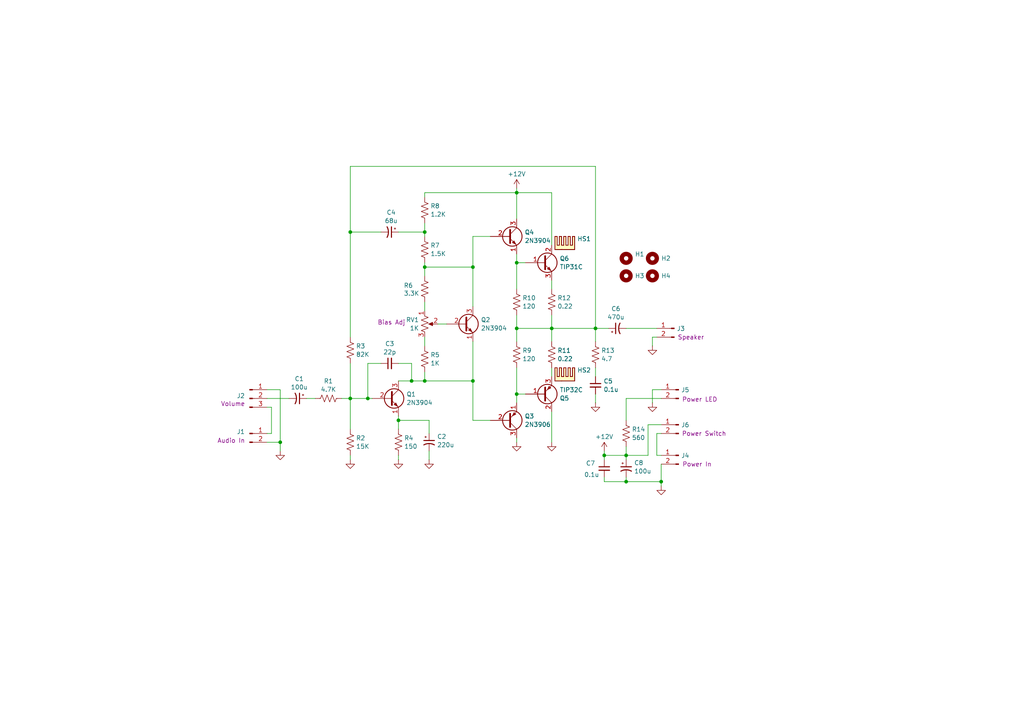
<source format=kicad_sch>
(kicad_sch (version 20231120) (generator "eeschema") (generator_version "8.0")
  (paper "A4")
  (title_block (title "Class AB Utility Audio Amplifier") (date "2024-07-15") (rev "1.0") (company "Chrisma Design"))
  (lib_symbols
    (symbol "Amplifier:TIP31C" (pin_names (offset 0) hide)
      (property "Reference" "Q" (at 6.35 1.905 0))
      (property "Value" "TIP31C" (at 6.35 0 0))
      (symbol "TIP31C_0_1"
        (polyline (pts (xy 0.635 0.635) (xy 2.54 2.54)))
        (polyline (pts (xy 0.635 -0.635) (xy 2.54 -2.54) (xy 2.54 -2.54)))
        (polyline (pts (xy 0.635 1.905) (xy 0.635 -1.905) (xy 0.635 -1.905)) (stroke (width 0.508)))
        (polyline (pts (xy 1.27 -1.778) (xy 1.778 -1.27) (xy 2.286 -2.286) (xy 1.27 -1.778) (xy 1.27 -1.778)) (fill (type outline)))
        (circle (center 1.27 0) (radius 2.8194) (stroke (width 0.254)))
      )
      (symbol "TIP31C_1_1"
        (pin input line (at -5.08 0 0) (length 5.715) (name "B") (number "1"))
        (pin passive line (at 2.54 5.08 270) (length 2.54) (name "C") (number "2"))
        (pin passive line (at 2.54 -5.08 90) (length 2.54) (name "E") (number "3"))
      )
    )
    (symbol "Amplifier:TIP32C" (pin_names (offset 0) hide)
      (property "Reference" "Q" (at 6.35 1.905 0))
      (property "Value" "TIP32C" (at 6.35 0 0))
      (symbol "TIP32C_0_1"
        (polyline (pts (xy 0.635 0.635) (xy 2.54 2.54)))
        (polyline (pts (xy 0.635 -0.635) (xy 2.54 -2.54) (xy 2.54 -2.54)))
        (polyline (pts (xy 0.635 1.905) (xy 0.635 -1.905) (xy 0.635 -1.905)) (stroke (width 0.508)))
        (polyline (pts (xy 2.286 -1.778) (xy 1.778 -2.286) (xy 1.27 -1.27) (xy 2.286 -1.778) (xy 2.286 -1.778)) (fill (type outline)))
        (circle (center 1.27 0) (radius 2.8194) (stroke (width 0.254)))
      )
      (symbol "TIP32C_1_1"
        (pin input line (at -5.08 0 0) (length 5.715) (name "B") (number "1"))
        (pin passive line (at 2.54 5.08 270) (length 2.54) (name "C") (number "2"))
        (pin passive line (at 2.54 -5.08 90) (length 2.54) (name "E") (number "3"))
      )
    )
    (symbol "Connector:Conn_01x02_Pin" (pin_names (offset 1.016) hide)
      (property "Reference" "J" (at 0 2.54 0))
      (property "Value" "Conn_01x02_Pin" (at 0 -5.08 0))
      (symbol "Conn_01x02_Pin_1_1"
        (polyline (pts (xy 1.27 -2.54) (xy 0.8636 -2.54)) (stroke (width 0.1524)))
        (polyline (pts (xy 1.27 0) (xy 0.8636 0)) (stroke (width 0.1524)))
        (rectangle (start 0.8636 -2.413) (end 0 -2.667) (stroke (width 0.1524)) (fill (type outline)))
        (rectangle (start 0.8636 0.127) (end 0 -0.127) (stroke (width 0.1524)) (fill (type outline)))
        (pin passive line (at 5.08 0 180) (length 3.81) (name "Pin_1") (number "1"))
        (pin passive line (at 5.08 -2.54 180) (length 3.81) (name "Pin_2") (number "2"))
      )
    )
    (symbol "Connector:Conn_01x03_Pin" (pin_names (offset 1.016) hide)
      (property "Reference" "J" (at 0 5.08 0))
      (property "Value" "Conn_01x03_Pin" (at 0 -5.08 0))
      (symbol "Conn_01x03_Pin_1_1"
        (polyline (pts (xy 1.27 -2.54) (xy 0.8636 -2.54)) (stroke (width 0.1524)))
        (polyline (pts (xy 1.27 0) (xy 0.8636 0)) (stroke (width 0.1524)))
        (polyline (pts (xy 1.27 2.54) (xy 0.8636 2.54)) (stroke (width 0.1524)))
        (rectangle (start 0.8636 -2.413) (end 0 -2.667) (stroke (width 0.1524)) (fill (type outline)))
        (rectangle (start 0.8636 0.127) (end 0 -0.127) (stroke (width 0.1524)) (fill (type outline)))
        (rectangle (start 0.8636 2.667) (end 0 2.413) (stroke (width 0.1524)) (fill (type outline)))
        (pin passive line (at 5.08 2.54 180) (length 3.81) (name "Pin_1") (number "1"))
        (pin passive line (at 5.08 0 180) (length 3.81) (name "Pin_2") (number "2"))
        (pin passive line (at 5.08 -2.54 180) (length 3.81) (name "Pin_3") (number "3"))
      )
    )
    (symbol "Device:C_Polarized_Small_US" (pin_numbers hide) (pin_names (offset 0.254) hide)
      (property "Reference" "C" (at 0.254 1.778 0))
      (property "Value" "C_Polarized_Small_US" (at 0.254 -2.032 0))
      (symbol "C_Polarized_Small_US_0_1"
        (polyline (pts (xy -1.524 0.508) (xy 1.524 0.508)) (stroke (width 0.3048)))
        (polyline (pts (xy -1.27 1.524) (xy -0.762 1.524)))
        (polyline (pts (xy -1.016 1.27) (xy -1.016 1.778)))
        (arc (start 1.524 -0.762) (mid 0 -0.3734) (end -1.524 -0.762) (stroke (width 0.3048)))
      )
      (symbol "C_Polarized_Small_US_1_1"
        (pin passive line (at 0 2.54 270) (length 2.032) (name "~") (number "1"))
        (pin passive line (at 0 -2.54 90) (length 2.032) (name "~") (number "2"))
      )
    )
    (symbol "Device:C_Small" (pin_numbers hide) (pin_names (offset 0.254) hide)
      (property "Reference" "C" (at 0.254 1.778 0))
      (property "Value" "C_Small" (at 0.254 -2.032 0))
      (symbol "C_Small_0_1"
        (polyline (pts (xy -1.524 -0.508) (xy 1.524 -0.508)) (stroke (width 0.3302)))
        (polyline (pts (xy -1.524 0.508) (xy 1.524 0.508)) (stroke (width 0.3048)))
      )
      (symbol "C_Small_1_1"
        (pin passive line (at 0 2.54 270) (length 2.032) (name "~") (number "1"))
        (pin passive line (at 0 -2.54 90) (length 2.032) (name "~") (number "2"))
      )
    )
    (symbol "Device:R_Potentiometer_US" (pin_names (offset 1.016) hide)
      (property "Reference" "RV" (at -4.445 0 90))
      (property "Value" "R_Potentiometer_US" (at -2.54 0 90))
      (symbol "R_Potentiometer_US_0_1"
        (polyline (pts (xy 0 -2.286) (xy 0 -2.54)))
        (polyline (pts (xy 0 2.54) (xy 0 2.286)))
        (polyline (pts (xy 2.54 0) (xy 1.524 0)))
        (polyline (pts (xy 1.143 0) (xy 2.286 0.508) (xy 2.286 -0.508) (xy 1.143 0)) (fill (type outline)))
        (polyline (pts (xy 0 -0.762) (xy 1.016 -1.143) (xy 0 -1.524) (xy -1.016 -1.905) (xy 0 -2.286)))
        (polyline (pts (xy 0 0.762) (xy 1.016 0.381) (xy 0 0) (xy -1.016 -0.381) (xy 0 -0.762)))
        (polyline (pts (xy 0 2.286) (xy 1.016 1.905) (xy 0 1.524) (xy -1.016 1.143) (xy 0 0.762)))
      )
      (symbol "R_Potentiometer_US_1_1"
        (pin passive line (at 0 3.81 270) (length 1.27) (name "1") (number "1"))
        (pin passive line (at 3.81 0 180) (length 1.27) (name "2") (number "2"))
        (pin passive line (at 0 -3.81 90) (length 1.27) (name "3") (number "3"))
      )
    )
    (symbol "Device:R_US" (pin_numbers hide) (pin_names (offset 0))
      (property "Reference" "R" (at 2.54 0 90))
      (property "Value" "R_US" (at -2.54 0 90))
      (symbol "R_US_0_1"
        (polyline (pts (xy 0 -2.286) (xy 0 -2.54)))
        (polyline (pts (xy 0 2.286) (xy 0 2.54)))
        (polyline (pts (xy 0 -0.762) (xy 1.016 -1.143) (xy 0 -1.524) (xy -1.016 -1.905) (xy 0 -2.286)))
        (polyline (pts (xy 0 0.762) (xy 1.016 0.381) (xy 0 0) (xy -1.016 -0.381) (xy 0 -0.762)))
        (polyline (pts (xy 0 2.286) (xy 1.016 1.905) (xy 0 1.524) (xy -1.016 1.143) (xy 0 0.762)))
      )
      (symbol "R_US_1_1"
        (pin passive line (at 0 3.81 270) (length 1.27) (name "~") (number "1"))
        (pin passive line (at 0 -3.81 90) (length 1.27) (name "~") (number "2"))
      )
    )
    (symbol "Mechanical:Heatsink" (pin_names (offset 1.016)) (exclude_from_sim yes)
      (property "Reference" "HS" (at 0 5.08 0))
      (property "Value" "Heatsink" (at 0 -1.27 0))
      (symbol "Heatsink_0_1"
        (polyline (pts (xy -0.3302 1.27) (xy -0.9652 1.27) (xy -0.9652 3.81) (xy -1.6002 3.81) (xy -1.6002 1.27) (xy -2.2352 1.27) (xy -2.2352 3.81) (xy -2.8702 3.81) (xy -2.8702 0) (xy -0.9652 0)) (stroke (width 0.254)) (fill (type background)))
        (polyline (pts (xy -0.3302 1.27) (xy -0.3302 3.81) (xy 0.3048 3.81) (xy 0.3048 1.27) (xy 0.9398 1.27) (xy 0.9398 3.81) (xy 1.5748 3.81) (xy 1.5748 1.27) (xy 2.2098 1.27) (xy 2.2098 3.81) (xy 2.8448 3.81) (xy 2.8448 0) (xy -0.9652 0)) (stroke (width 0.254)) (fill (type background)))
      )
    )
    (symbol "Mechanical:MountingHole" (pin_names (offset 1.016)) (exclude_from_sim yes) (in_bom no)
      (property "Reference" "H" (at 0 5.08 0))
      (property "Value" "MountingHole" (at 0 3.175 0))
      (symbol "MountingHole_0_1"
        (circle (center 0 0) (radius 1.27) (stroke (width 1.27)))
      )
    )
    (symbol "Transistor_BJT:2N3904" (pin_names (offset 0) hide)
      (property "Reference" "Q" (at 5.08 1.905 0))
      (property "Value" "2N3904" (at 5.08 0 0))
      (symbol "2N3904_0_1"
        (polyline (pts (xy 0.635 0.635) (xy 2.54 2.54)))
        (polyline (pts (xy 0.635 -0.635) (xy 2.54 -2.54) (xy 2.54 -2.54)))
        (polyline (pts (xy 0.635 1.905) (xy 0.635 -1.905) (xy 0.635 -1.905)) (stroke (width 0.508)))
        (polyline (pts (xy 1.27 -1.778) (xy 1.778 -1.27) (xy 2.286 -2.286) (xy 1.27 -1.778) (xy 1.27 -1.778)) (fill (type outline)))
        (circle (center 1.27 0) (radius 2.8194) (stroke (width 0.254)))
      )
      (symbol "2N3904_1_1"
        (pin passive line (at 2.54 -5.08 90) (length 2.54) (name "E") (number "1"))
        (pin passive line (at -5.08 0 0) (length 5.715) (name "B") (number "2"))
        (pin passive line (at 2.54 5.08 270) (length 2.54) (name "C") (number "3"))
      )
    )
    (symbol "Transistor_BJT:2N3906" (pin_names (offset 0) hide)
      (property "Reference" "Q" (at 5.08 1.905 0))
      (property "Value" "2N3906" (at 5.08 0 0))
      (symbol "2N3906_0_1"
        (polyline (pts (xy 0.635 0.635) (xy 2.54 2.54)))
        (polyline (pts (xy 0.635 -0.635) (xy 2.54 -2.54) (xy 2.54 -2.54)))
        (polyline (pts (xy 0.635 1.905) (xy 0.635 -1.905) (xy 0.635 -1.905)) (stroke (width 0.508)))
        (polyline (pts (xy 2.286 -1.778) (xy 1.778 -2.286) (xy 1.27 -1.27) (xy 2.286 -1.778) (xy 2.286 -1.778)) (fill (type outline)))
        (circle (center 1.27 0) (radius 2.8194) (stroke (width 0.254)))
      )
      (symbol "2N3906_1_1"
        (pin passive line (at 2.54 -5.08 90) (length 2.54) (name "E") (number "1"))
        (pin input line (at -5.08 0 0) (length 5.715) (name "B") (number "2"))
        (pin passive line (at 2.54 5.08 270) (length 2.54) (name "C") (number "3"))
      )
    )
    (symbol "power:+12V" (power) (pin_numbers hide) (pin_names (offset 0) hide)
      (property "Value" "+12V" (at 0 3.556 0))
      (symbol "+12V_0_1"
        (polyline (pts (xy -0.762 1.27) (xy 0 2.54)))
        (polyline (pts (xy 0 0) (xy 0 2.54)))
        (polyline (pts (xy 0 2.54) (xy 0.762 1.27)))
      )
      (symbol "+12V_1_1"
        (pin power_in line (at 0 0 90) (length 0) (name "~") (number "1"))
      )
    )
    (symbol "power:GND" (power) (pin_numbers hide) (pin_names (offset 0) hide)
      (property "Value" "GND" (at 0 -3.81 0))
      (symbol "GND_0_1"
        (polyline (pts (xy 0 0) (xy 0 -1.27) (xy 1.27 -1.27) (xy 0 -2.54) (xy -1.27 -1.27) (xy 0 -1.27)))
      )
      (symbol "GND_1_1"
        (pin power_in line (at 0 0 270) (length 0) (name "~") (number "1"))
      )
    )
  )
  (junction (at 149.86 55.88))
  (junction (at 149.86 95.25))
  (junction (at 172.72 95.25))
  (junction (at 137.16 110.49))
  (junction (at 137.16 77.47))
  (junction (at 81.28 128.27))
  (junction (at 119.38 110.49))
  (junction (at 101.6 67.31))
  (junction (at 149.86 76.2))
  (junction (at 181.61 139.7))
  (junction (at 181.61 132.08))
  (junction (at 149.86 114.3))
  (junction (at 191.77 139.7))
  (junction (at 160.02 95.25))
  (junction (at 175.26 132.08))
  (junction (at 123.19 77.47))
  (junction (at 115.57 121.92))
  (junction (at 101.6 115.57))
  (junction (at 123.19 67.31))
  (junction (at 106.68 115.57))
  (junction (at 123.19 110.49))
  (wire (pts (xy 77.47 118.11) (xy 78.74 118.11)))
  (wire (pts (xy 160.02 91.44) (xy 160.02 95.25)))
  (wire (pts (xy 101.6 105.41) (xy 101.6 115.57)))
  (wire (pts (xy 181.61 133.35) (xy 181.61 132.08)))
  (wire (pts (xy 149.86 114.3) (xy 149.86 116.84)))
  (wire (pts (xy 115.57 121.92) (xy 115.57 124.46)))
  (wire (pts (xy 115.57 132.08) (xy 115.57 133.35)))
  (wire (pts (xy 81.28 113.03) (xy 81.28 128.27)))
  (wire (pts (xy 137.16 121.92) (xy 142.24 121.92)))
  (wire (pts (xy 101.6 132.08) (xy 101.6 133.35)))
  (wire (pts (xy 149.86 55.88) (xy 149.86 63.5)))
  (wire (pts (xy 160.02 71.12) (xy 160.02 55.88)))
  (wire (pts (xy 181.61 138.43) (xy 181.61 139.7)))
  (wire (pts (xy 149.86 127) (xy 149.86 128.27)))
  (wire (pts (xy 77.47 113.03) (xy 81.28 113.03)))
  (wire (pts (xy 189.23 113.03) (xy 191.77 113.03)))
  (wire (pts (xy 101.6 115.57) (xy 106.68 115.57)))
  (wire (pts (xy 172.72 48.26) (xy 101.6 48.26)))
  (wire (pts (xy 123.19 55.88) (xy 149.86 55.88)))
  (wire (pts (xy 149.86 91.44) (xy 149.86 95.25)))
  (wire (pts (xy 137.16 99.06) (xy 137.16 110.49)))
  (wire (pts (xy 101.6 67.31) (xy 110.49 67.31)))
  (wire (pts (xy 160.02 95.25) (xy 172.72 95.25)))
  (wire (pts (xy 137.16 77.47) (xy 137.16 88.9)))
  (wire (pts (xy 149.86 106.68) (xy 149.86 114.3)))
  (wire (pts (xy 77.47 125.73) (xy 78.74 125.73)))
  (wire (pts (xy 149.86 95.25) (xy 160.02 95.25)))
  (wire (pts (xy 175.26 138.43) (xy 175.26 139.7)))
  (wire (pts (xy 191.77 134.62) (xy 191.77 139.7)))
  (wire (pts (xy 149.86 114.3) (xy 152.4 114.3)))
  (wire (pts (xy 115.57 121.92) (xy 124.46 121.92)))
  (wire (pts (xy 181.61 115.57) (xy 181.61 121.92)))
  (wire (pts (xy 191.77 123.19) (xy 187.96 123.19)))
  (wire (pts (xy 160.02 81.28) (xy 160.02 83.82)))
  (wire (pts (xy 160.02 106.68) (xy 160.02 109.22)))
  (wire (pts (xy 172.72 95.25) (xy 176.53 95.25)))
  (wire (pts (xy 99.06 115.57) (xy 101.6 115.57)))
  (wire (pts (xy 119.38 105.41) (xy 119.38 110.49)))
  (wire (pts (xy 101.6 67.31) (xy 101.6 97.79)))
  (wire (pts (xy 77.47 115.57) (xy 83.82 115.57)))
  (wire (pts (xy 78.74 118.11) (xy 78.74 125.73)))
  (wire (pts (xy 106.68 105.41) (xy 106.68 115.57)))
  (wire (pts (xy 81.28 130.81) (xy 81.28 128.27)))
  (wire (pts (xy 175.26 139.7) (xy 181.61 139.7)))
  (wire (pts (xy 115.57 67.31) (xy 123.19 67.31)))
  (wire (pts (xy 119.38 110.49) (xy 123.19 110.49)))
  (wire (pts (xy 191.77 140.97) (xy 191.77 139.7)))
  (wire (pts (xy 175.26 132.08) (xy 181.61 132.08)))
  (wire (pts (xy 115.57 110.49) (xy 119.38 110.49)))
  (wire (pts (xy 106.68 115.57) (xy 107.95 115.57)))
  (wire (pts (xy 149.86 55.88) (xy 160.02 55.88)))
  (wire (pts (xy 115.57 120.65) (xy 115.57 121.92)))
  (wire (pts (xy 172.72 106.68) (xy 172.72 109.22)))
  (wire (pts (xy 123.19 87.63) (xy 123.19 90.17)))
  (wire (pts (xy 181.61 95.25) (xy 190.5 95.25)))
  (wire (pts (xy 101.6 115.57) (xy 101.6 124.46)))
  (wire (pts (xy 181.61 139.7) (xy 191.77 139.7)))
  (wire (pts (xy 172.72 99.06) (xy 172.72 95.25)))
  (wire (pts (xy 110.49 105.41) (xy 106.68 105.41)))
  (wire (pts (xy 123.19 107.95) (xy 123.19 110.49)))
  (wire (pts (xy 181.61 129.54) (xy 181.61 132.08)))
  (wire (pts (xy 172.72 114.3) (xy 172.72 116.84)))
  (wire (pts (xy 123.19 57.15) (xy 123.19 55.88)))
  (wire (pts (xy 191.77 132.08) (xy 190.5 132.08)))
  (wire (pts (xy 187.96 123.19) (xy 187.96 132.08)))
  (wire (pts (xy 149.86 76.2) (xy 152.4 76.2)))
  (wire (pts (xy 115.57 105.41) (xy 119.38 105.41)))
  (wire (pts (xy 189.23 100.33) (xy 189.23 97.79)))
  (wire (pts (xy 190.5 132.08) (xy 190.5 125.73)))
  (wire (pts (xy 149.86 95.25) (xy 149.86 99.06)))
  (wire (pts (xy 160.02 95.25) (xy 160.02 99.06)))
  (wire (pts (xy 137.16 68.58) (xy 142.24 68.58)))
  (wire (pts (xy 124.46 130.81) (xy 124.46 133.35)))
  (wire (pts (xy 137.16 77.47) (xy 123.19 77.47)))
  (wire (pts (xy 190.5 125.73) (xy 191.77 125.73)))
  (wire (pts (xy 101.6 48.26) (xy 101.6 67.31)))
  (wire (pts (xy 149.86 73.66) (xy 149.86 76.2)))
  (wire (pts (xy 137.16 77.47) (xy 137.16 68.58)))
  (wire (pts (xy 77.47 128.27) (xy 81.28 128.27)))
  (wire (pts (xy 123.19 76.2) (xy 123.19 77.47)))
  (wire (pts (xy 191.77 115.57) (xy 181.61 115.57)))
  (wire (pts (xy 137.16 110.49) (xy 137.16 121.92)))
  (wire (pts (xy 124.46 125.73) (xy 124.46 121.92)))
  (wire (pts (xy 127 93.98) (xy 129.54 93.98)))
  (wire (pts (xy 137.16 110.49) (xy 123.19 110.49)))
  (wire (pts (xy 175.26 130.81) (xy 175.26 132.08)))
  (wire (pts (xy 88.9 115.57) (xy 91.44 115.57)))
  (wire (pts (xy 123.19 77.47) (xy 123.19 80.01)))
  (wire (pts (xy 123.19 64.77) (xy 123.19 67.31)))
  (wire (pts (xy 189.23 113.03) (xy 189.23 116.84)))
  (wire (pts (xy 181.61 132.08) (xy 187.96 132.08)))
  (wire (pts (xy 123.19 97.79) (xy 123.19 100.33)))
  (wire (pts (xy 189.23 97.79) (xy 190.5 97.79)))
  (wire (pts (xy 149.86 54.61) (xy 149.86 55.88)))
  (wire (pts (xy 172.72 95.25) (xy 172.72 48.26)))
  (wire (pts (xy 160.02 119.38) (xy 160.02 128.27)))
  (wire (pts (xy 149.86 76.2) (xy 149.86 83.82)))
  (wire (pts (xy 175.26 133.35) (xy 175.26 132.08)))
  (wire (pts (xy 123.19 67.31) (xy 123.19 68.58)))
  (symbol (lib_id "power:GND") (at 81.28 130.81 0) (unit 1)
    (property "Reference" "#PWR08" (effects (hide yes)))
    (property "Value" "GND" (effects (hide yes)))
    (property "Description" "Power symbol creates a global label with name \"GND\" , ground" (effects (hide yes)))
  )
  (symbol (lib_id "power:GND") (at 124.46 133.35 0) (unit 1)
    (property "Reference" "#PWR05" (effects (hide yes)))
    (property "Value" "GND" (effects (hide yes)))
    (property "Description" "Power symbol creates a global label with name \"GND\" , ground" (effects (hide yes)))
  )
  (symbol (lib_id "Device:R_US") (at 123.19 83.82 0) (unit 1)
    (property "Reference" "R6" (at 117.094 82.804 0) (effects (justify left)))
    (property "Value" "3.3K" (at 117.094 85.09 0) (effects (justify left)))
    (property "Footprint" "Resistor_THT:R_Axial_DIN0207_L6.3mm_D2.5mm_P10.16mm_Horizontal" (effects (hide yes)))
    (property "Description" "RES 3.3K OHM 1% 1/4W AXIAL" (effects (hide yes)))
    (property "Distributor" "DigiKey" (effects (hide yes)))
    (property "PartNo" "13-MFR-25FTE52-3K3CT-ND" (effects (hide yes)))
    (property "Mfg" "YAGEO" (effects (hide yes)))
  )
  (symbol (lib_id "Amplifier:TIP31C") (at 157.48 76.2 0) (unit 1)
    (property "Reference" "Q6" (at 162.3314 74.9878 0) (effects (justify left)))
    (property "Value" "TIP31C" (at 162.3314 77.4121 0) (effects (justify left)))
    (property "Footprint" "Package_TO_SOT_THT:TO-220-3_Vertical" (effects (hide yes)))
    (property "Datasheet" "http://www.st.com/internet/com/TECHNICAL_RESOURCES/TECHNICAL_LITERATURE/DATASHEET/CD00001277.pdf" (effects (hide yes)))
    (property "Description" "TRANS NPN 100V 3A TO220" (effects (hide yes)))
    (property "Distributor" "DigiKey" (effects (hide yes)))
    (property "PartNo" "497-2615-5-ND" (effects (hide yes)))
    (property "Mfg" "STMicroelectronics" (effects (hide yes)))
  )
  (symbol (lib_id "Device:R_US") (at 123.19 60.96 0) (unit 1)
    (property "Reference" "R8" (at 124.841 59.7478 0) (effects (justify left)))
    (property "Value" "1.2K" (at 124.841 62.1721 0) (effects (justify left)))
    (property "Footprint" "Resistor_THT:R_Axial_DIN0207_L6.3mm_D2.5mm_P10.16mm_Horizontal" (effects (hide yes)))
    (property "Description" "RES 1.2K OHM 1% 1/4W AXIAL" (effects (hide yes)))
    (property "Distributor" "DigiKey" (effects (hide yes)))
    (property "PartNo" "13-MFR-25FTE52-1K2CT-ND" (effects (hide yes)))
    (property "Mfg" "YAGEO" (effects (hide yes)))
  )
  (symbol (lib_id "Device:R_US") (at 160.02 102.87 0) (unit 1)
    (property "Reference" "R11" (at 161.671 101.6578 0) (effects (justify left)))
    (property "Value" "0.22" (at 161.671 104.0821 0) (effects (justify left)))
    (property "Footprint" "Resistor_THT:R_Axial_DIN0207_L6.3mm_D2.5mm_P10.16mm_Horizontal" (effects (hide yes)))
    (property "Description" "RES 0.22 OHM 1% 1/4W AXIAL" (effects (hide yes)))
    (property "Distributor" "DigiKey" (effects (hide yes)))
    (property "PartNo" "13-MFR-25FTF52-0R22CT-ND" (effects (hide yes)))
    (property "Mfg" "YAGEO" (effects (hide yes)))
  )
  (symbol (lib_id "Transistor_BJT:2N3904") (at 134.62 93.98 0) (unit 1)
    (property "Reference" "Q2" (at 139.4714 92.7678 0) (effects (justify left)))
    (property "Value" "2N3904" (at 139.4714 95.1921 0) (effects (justify left)))
    (property "Footprint" "Package_TO_SOT_THT:TO-92" (effects (hide yes)))
    (property "Datasheet" "https://www.onsemi.com/pub/Collateral/2N3903-D.PDF" (effects (hide yes)))
    (property "Description" "BJT TO92 40V NPN 0.625W 150C" (effects (hide yes)))
    (property "Distributor" "DigiKey" (effects (hide yes)))
    (property "PartNo" "497-2395-ND" (effects (hide yes)))
    (property "Mfg" "STMicroelectronics" (effects (hide yes)))
  )
  (symbol (lib_id "Mechanical:MountingHole") (at 181.61 74.93 0) (unit 1) (exclude_from_sim yes) (in_bom no)
    (property "Reference" "H1" (at 184.15 73.7178 0) (effects (justify left)))
    (property "Value" "MountingHole" (effects (hide yes)))
    (property "Footprint" "MountingHole:MountingHole_3.2mm_M3_ISO7380" (effects (hide yes)))
    (property "Description" "Mounting Hole without connection" (effects (hide yes)))
  )
  (symbol (lib_id "Mechanical:MountingHole") (at 189.23 80.01 0) (unit 1) (exclude_from_sim yes) (in_bom no)
    (property "Reference" "H4" (at 191.77 80.01 0) (effects (justify left)))
    (property "Value" "MountingHole" (effects (hide yes)))
    (property "Footprint" "MountingHole:MountingHole_3.2mm_M3_ISO7380" (effects (hide yes)))
    (property "Description" "Mounting Hole without connection" (effects (hide yes)))
  )
  (symbol (lib_id "Device:R_US") (at 149.86 87.63 180) (unit 1)
    (property "Reference" "R10" (at 151.511 86.4178 0) (effects (justify right)))
    (property "Value" "120" (at 151.511 88.8421 0) (effects (justify right)))
    (property "Footprint" "Resistor_THT:R_Axial_DIN0207_L6.3mm_D2.5mm_P10.16mm_Horizontal" (effects (hide yes)))
    (property "Description" "RES 120 OHM 1% 1/4W AXIAL" (effects (hide yes)))
    (property "Distributor" "DigiKey" (effects (hide yes)))
    (property "PartNo" "13-MFR-25FTE52-120RCT-ND" (effects (hide yes)))
    (property "Mfg" "YAGEO" (effects (hide yes)))
  )
  (symbol (lib_id "Connector:Conn_01x02_Pin") (at 195.58 95.25 0) (mirror y) (unit 1)
    (property "Reference" "J3" (at 196.2912 95.3078 0) (effects (justify right)))
    (property "Value" "2 Pos" (effects (hide yes)))
    (property "Footprint" "Connector_JST:JST_XH_B2B-XH-A_1x02_P2.50mm_Vertical" (effects (hide yes)))
    (property "Description" "CONN HEADER VERT 2POS 2MM" (effects (hide yes)))
    (property "Distributor" "DigiKey" (effects (hide yes)))
    (property "PartNo" "455-B2B-XH-A-ND" (effects (hide yes)))
    (property "Mfg" "JST Sales America Inc." (effects (hide yes)))
    (property "Label" "Speaker" (at 200.406 97.79 0))
  )
  (symbol (lib_id "Device:R_US") (at 95.25 115.57 270) (unit 1)
    (property "Reference" "R1" (at 95.25 110.5365 90))
    (property "Value" "4.7K" (at 95.25 112.9608 90))
    (property "Footprint" "Resistor_THT:R_Axial_DIN0207_L6.3mm_D2.5mm_P10.16mm_Horizontal" (effects (hide yes)))
    (property "Description" "RES 4.7K OHM 1% 1/4W AXIAL" (effects (hide yes)))
    (property "Distributor" "DigiKey" (effects (hide yes)))
    (property "PartNo" "13-MFR-25FTE52-4K7CT-ND" (effects (hide yes)))
    (property "Mfg" "YAGEO" (effects (hide yes)))
  )
  (symbol (lib_id "Device:R_US") (at 115.57 128.27 0) (unit 1)
    (property "Reference" "R4" (at 117.221 127.0578 0) (effects (justify left)))
    (property "Value" "150" (at 117.221 129.4821 0) (effects (justify left)))
    (property "Footprint" "Resistor_THT:R_Axial_DIN0207_L6.3mm_D2.5mm_P10.16mm_Horizontal" (effects (hide yes)))
    (property "Description" "RES 150 OHM 1% 1/4W AXIAL" (effects (hide yes)))
    (property "Distributor" "DigiKey" (effects (hide yes)))
    (property "PartNo" "13-MFR-25FTE52-150RCT-ND" (effects (hide yes)))
    (property "Mfg" "YAGEO" (effects (hide yes)))
  )
  (symbol (lib_id "Device:R_US") (at 160.02 87.63 0) (unit 1)
    (property "Reference" "R12" (at 161.671 86.4178 0) (effects (justify left)))
    (property "Value" "0.22" (at 161.671 88.8421 0) (effects (justify left)))
    (property "Footprint" "Resistor_THT:R_Axial_DIN0207_L6.3mm_D2.5mm_P10.16mm_Horizontal" (effects (hide yes)))
    (property "Description" "RES 0.22 OHM 1% 1/4W AXIAL" (effects (hide yes)))
    (property "Distributor" "DigiKey" (effects (hide yes)))
    (property "PartNo" "13-MFR-25FTF52-0R22CT-ND" (effects (hide yes)))
    (property "Mfg" "YAGEO" (effects (hide yes)))
  )
  (symbol (lib_id "power:GND") (at 149.86 128.27 0) (unit 1)
    (property "Reference" "#PWR01" (effects (hide yes)))
    (property "Value" "GND" (effects (hide yes)))
    (property "Description" "Power symbol creates a global label with name \"GND\" , ground" (effects (hide yes)))
  )
  (symbol (lib_id "Mechanical:Heatsink") (at 163.83 110.49 0) (unit 1) (exclude_from_sim yes)
    (property "Reference" "HS2" (at 167.4368 107.3728 0) (effects (justify left)))
    (property "Value" "Heatsink" (effects (hide yes)))
    (property "Footprint" "Amplifier:Aavid_531002B00000G_35x13mm" (effects (hide yes)))
    (property "Description" "HEATSINK TO-220 BLACK 1\"" (effects (hide yes)))
    (property "Distributor" "DigiKey" (effects (hide yes)))
    (property "PartNo" "HS231-ND" (effects (hide yes)))
    (property "Mfg" "Boyd Laconia, LLC" (effects (hide yes)))
  )
  (symbol (lib_id "Connector:Conn_01x02_Pin") (at 196.85 132.08 0) (mirror y) (unit 1)
    (property "Reference" "J4" (at 197.5612 132.1378 0) (effects (justify right)))
    (property "Value" "2 Pos" (effects (hide yes)))
    (property "Footprint" "Connector_JST:JST_XH_B2B-XH-A_1x02_P2.50mm_Vertical" (effects (hide yes)))
    (property "Description" "CONN HEADER VERT 2POS 2MM" (effects (hide yes)))
    (property "Distributor" "DigiKey" (effects (hide yes)))
    (property "PartNo" "455-B2B-XH-A-ND" (effects (hide yes)))
    (property "Mfg" "JST Sales America Inc." (effects (hide yes)))
    (property "Label" "Power In" (at 202.184 134.62 0))
  )
  (symbol (lib_id "Device:C_Polarized_Small_US") (at 181.61 135.89 0) (unit 1)
    (property "Reference" "C8" (at 183.9214 134.246 0) (effects (justify left)))
    (property "Value" "100u" (at 183.9214 136.6703 0) (effects (justify left)))
    (property "Footprint" "Capacitor_THT:CP_Radial_D5.0mm_P2.00mm" (effects (hide yes)))
    (property "Description" "CAP ALUM 100UF 20% 25V RADIAL TH" (effects (hide yes)))
    (property "Distributor" "DigiKey" (effects (hide yes)))
    (property "PartNo" "1572-1659-ND" (effects (hide yes)))
    (property "Mfg" "Cornell Dubilier Knowles" (effects (hide yes)))
    (property "WVDC" "25" (effects (hide yes)))
  )
  (symbol (lib_id "Device:R_US") (at 172.72 102.87 0) (unit 1)
    (property "Reference" "R13" (at 174.371 101.6578 0) (effects (justify left)))
    (property "Value" "4.7" (at 174.371 104.0821 0) (effects (justify left)))
    (property "Footprint" "Resistor_THT:R_Axial_DIN0207_L6.3mm_D2.5mm_P10.16mm_Horizontal" (effects (hide yes)))
    (property "Description" "RES 4.7 OHM 1% 1/4W AXIAL" (effects (hide yes)))
    (property "Distributor" "DigiKey" (effects (hide yes)))
    (property "PartNo" "13-MFR-25FTE52-4R7CT-ND" (effects (hide yes)))
    (property "Mfg" "YAGEO" (effects (hide yes)))
  )
  (symbol (lib_id "Mechanical:Heatsink") (at 163.83 72.39 0) (unit 1) (exclude_from_sim yes)
    (property "Reference" "HS1" (at 167.4368 69.2728 0) (effects (justify left)))
    (property "Value" "Heatsink" (effects (hide yes)))
    (property "Footprint" "Amplifier:Aavid_531002B00000G_35x13mm" (effects (hide yes)))
    (property "Description" "HEATSINK TO-220 BLACK 1\"" (effects (hide yes)))
    (property "Distributor" "DigiKey" (effects (hide yes)))
    (property "PartNo" "HS231-ND" (effects (hide yes)))
    (property "Mfg" "Boyd Laconia, LLC" (effects (hide yes)))
  )
  (symbol (lib_id "power:+12V") (at 175.26 130.81 0) (unit 1)
    (property "Reference" "#PWR012" (effects (hide yes)))
    (property "Value" "+12V" (at 175.26 126.6769 0))
    (property "Description" "Power symbol creates a global label with name \"+12V\"" (effects (hide yes)))
  )
  (symbol (lib_id "Transistor_BJT:2N3904") (at 113.03 115.57 0) (unit 1)
    (property "Reference" "Q1" (at 117.8814 114.3578 0) (effects (justify left)))
    (property "Value" "2N3904" (at 117.8814 116.7821 0) (effects (justify left)))
    (property "Footprint" "Package_TO_SOT_THT:TO-92" (effects (hide yes)))
    (property "Datasheet" "https://www.onsemi.com/pub/Collateral/2N3903-D.PDF" (effects (hide yes)))
    (property "Description" "BJT TO92 40V NPN 0.625W 150C" (effects (hide yes)))
    (property "Distributor" "DigiKey" (effects (hide yes)))
    (property "PartNo" "497-2395-ND" (effects (hide yes)))
    (property "Mfg" "STMicroelectronics" (effects (hide yes)))
  )
  (symbol (lib_id "power:GND") (at 160.02 128.27 0) (unit 1)
    (property "Reference" "#PWR02" (effects (hide yes)))
    (property "Value" "GND" (effects (hide yes)))
    (property "Description" "Power symbol creates a global label with name \"GND\" , ground" (effects (hide yes)))
  )
  (symbol (lib_id "Device:R_US") (at 101.6 101.6 0) (unit 1)
    (property "Reference" "R3" (at 103.251 100.3878 0) (effects (justify left)))
    (property "Value" "82K" (at 103.251 102.8121 0) (effects (justify left)))
    (property "Footprint" "Resistor_THT:R_Axial_DIN0207_L6.3mm_D2.5mm_P10.16mm_Horizontal" (effects (hide yes)))
    (property "Description" "RES 82K OHM 1% 1/4W AXIAL" (effects (hide yes)))
    (property "Distributor" "DigiKey" (effects (hide yes)))
    (property "PartNo" "13-MFR25SFTE52-82KCT-ND" (effects (hide yes)))
    (property "Mfg" "YAGEO" (effects (hide yes)))
  )
  (symbol (lib_id "Device:R_US") (at 123.19 72.39 0) (unit 1)
    (property "Reference" "R7" (at 124.841 71.1778 0) (effects (justify left)))
    (property "Value" "1.5K" (at 124.841 73.6021 0) (effects (justify left)))
    (property "Footprint" "Resistor_THT:R_Axial_DIN0207_L6.3mm_D2.5mm_P10.16mm_Horizontal" (effects (hide yes)))
    (property "Description" "RES 1.5K OHM 1% 1/4W AXIAL" (effects (hide yes)))
    (property "Distributor" "DigiKey" (effects (hide yes)))
    (property "PartNo" "13-MFR-25FTE52-1K5CT-ND" (effects (hide yes)))
    (property "Mfg" "YAGEO" (effects (hide yes)))
  )
  (symbol (lib_id "Connector:Conn_01x02_Pin") (at 72.39 125.73 0) (unit 1)
    (property "Reference" "J1" (at 69.85 125.222 0))
    (property "Value" "2 Pos" (effects (hide yes)))
    (property "Footprint" "Connector_JST:JST_PH_B2B-PH-K_1x02_P2.00mm_Vertical" (effects (hide yes)))
    (property "Description" "CONN HEADER VERT 2POS 2MM" (effects (hide yes)))
    (property "Distributor" "DigiKey" (effects (hide yes)))
    (property "PartNo" "455-1704-ND" (effects (hide yes)))
    (property "Mfg" "JST Sales America Inc." (effects (hide yes)))
    (property "Label" "Audio In" (at 67.056 127.762 0))
  )
  (symbol (lib_id "Mechanical:MountingHole") (at 181.61 80.01 0) (unit 1) (exclude_from_sim yes) (in_bom no)
    (property "Reference" "H3" (at 184.15 80.01 0) (effects (justify left)))
    (property "Value" "MountingHole" (effects (hide yes)))
    (property "Footprint" "MountingHole:MountingHole_3.2mm_M3_ISO7380" (effects (hide yes)))
    (property "Description" "Mounting Hole without connection" (effects (hide yes)))
  )
  (symbol (lib_id "Connector:Conn_01x02_Pin") (at 196.85 123.19 0) (mirror y) (unit 1)
    (property "Reference" "J6" (at 197.5612 123.2478 0) (effects (justify right)))
    (property "Value" "2 Pos" (effects (hide yes)))
    (property "Footprint" "Connector_JST:JST_XH_B2B-XH-A_1x02_P2.50mm_Vertical" (effects (hide yes)))
    (property "Description" "CONN HEADER VERT 2POS 2MM" (effects (hide yes)))
    (property "Distributor" "DigiKey" (effects (hide yes)))
    (property "PartNo" "455-B2B-XH-A-ND" (effects (hide yes)))
    (property "Mfg" "JST Sales America Inc." (effects (hide yes)))
    (property "Label" "Power Switch" (at 204.216 125.73 0))
  )
  (symbol (lib_id "Device:R_US") (at 123.19 104.14 0) (unit 1)
    (property "Reference" "R5" (at 124.841 102.9278 0) (effects (justify left)))
    (property "Value" "1K" (at 124.841 105.3521 0) (effects (justify left)))
    (property "Footprint" "Resistor_THT:R_Axial_DIN0207_L6.3mm_D2.5mm_P10.16mm_Horizontal" (effects (hide yes)))
    (property "Description" "RES 1K OHM 1% 1/4W AXIAL" (effects (hide yes)))
    (property "Distributor" "DigiKey" (effects (hide yes)))
    (property "PartNo" "13-MFR-25FRF52-1KTR-ND" (effects (hide yes)))
    (property "Mfg" "YAGEO" (effects (hide yes)))
  )
  (symbol (lib_id "power:GND") (at 172.72 116.84 0) (unit 1)
    (property "Reference" "#PWR06" (effects (hide yes)))
    (property "Value" "GND" (effects (hide yes)))
    (property "Description" "Power symbol creates a global label with name \"GND\" , ground" (effects (hide yes)))
  )
  (symbol (lib_id "Connector:Conn_01x02_Pin") (at 196.85 113.03 0) (mirror y) (unit 1)
    (property "Reference" "J5" (at 197.5612 113.0878 0) (effects (justify right)))
    (property "Value" "2 Pos" (effects (hide yes)))
    (property "Footprint" "Connector_JST:JST_PH_B2B-PH-K_1x02_P2.00mm_Vertical" (effects (hide yes)))
    (property "Description" "CONN HEADER VERT 2POS 2MM" (effects (hide yes)))
    (property "Distributor" "DigiKey" (effects (hide yes)))
    (property "PartNo" "455-1704-ND" (effects (hide yes)))
    (property "Mfg" "JST Sales America Inc." (effects (hide yes)))
    (property "Label" "Power LED" (at 202.946 115.824 0))
  )
  (symbol (lib_id "Device:C_Polarized_Small_US") (at 113.03 67.31 270) (unit 1)
    (property "Reference" "C4" (at 113.4618 61.6161 90))
    (property "Value" "68u" (at 113.4618 64.0404 90))
    (property "Footprint" "Capacitor_THT:CP_Radial_D5.0mm_P2.00mm" (effects (hide yes)))
    (property "Description" "CAP ALUM 68UF 20% 25V RADIAL" (effects (hide yes)))
    (property "Distributor" "DigiKey" (effects (hide yes)))
    (property "PartNo" "1189-2243-ND" (effects (hide yes)))
    (property "Mfg" "Rubycon" (effects (hide yes)))
    (property "WVDC" "25" (effects (hide yes)))
  )
  (symbol (lib_id "Device:C_Polarized_Small_US") (at 86.36 115.57 270) (unit 1)
    (property "Reference" "C1" (at 86.7918 109.8761 90))
    (property "Value" "100u" (at 86.7918 112.3004 90))
    (property "Footprint" "Capacitor_THT:CP_Radial_D5.0mm_P2.00mm" (effects (hide yes)))
    (property "Description" "CAP ALUM 100UF 20% 25V RADIAL TH" (effects (hide yes)))
    (property "Distributor" "DigiKey" (effects (hide yes)))
    (property "PartNo" "1572-1659-ND" (effects (hide yes)))
    (property "Mfg" "Cornell Dubilier Knowles" (effects (hide yes)))
    (property "WVDC" "25" (effects (hide yes)))
  )
  (symbol (lib_id "power:+12V") (at 149.86 54.61 0) (unit 1)
    (property "Reference" "#PWR07" (effects (hide yes)))
    (property "Value" "+12V" (at 149.86 50.4769 0))
    (property "Description" "Power symbol creates a global label with name \"+12V\"" (effects (hide yes)))
  )
  (symbol (lib_id "Device:C_Small") (at 172.72 111.76 0) (unit 1)
    (property "Reference" "C5" (at 175.0441 110.5541 0) (effects (justify left)))
    (property "Value" "0.1u" (at 175.0441 112.9784 0) (effects (justify left)))
    (property "Footprint" "Capacitor_THT:C_Rect_L4.0mm_W2.5mm_P2.50mm" (effects (hide yes)))
    (property "Description" "CAP CER 0.1UF 50V X7R RADIAL" (effects (hide yes)))
    (property "Distributor" "DigiKey" (effects (hide yes)))
    (property "PartNo" "BC1084TR-ND" (effects (hide yes)))
    (property "Mfg" "Vishay Beyschlag/Draloric/BC Components" (effects (hide yes)))
    (property "WVDC" "50" (effects (hide yes)))
  )
  (symbol (lib_id "Connector:Conn_01x03_Pin") (at 72.39 115.57 0) (unit 1)
    (property "Reference" "J2" (at 69.85 114.808 0))
    (property "Value" "3 Pos" (effects (hide yes)))
    (property "Footprint" "Connector_JST:JST_PH_B3B-PH-K_1x03_P2.00mm_Vertical" (effects (hide yes)))
    (property "Description" "CONN HEADER VERT 3POS 2MM" (effects (hide yes)))
    (property "Distributor" "DigiKey" (effects (hide yes)))
    (property "PartNo" "455-B3B-PH-KL-ND" (effects (hide yes)))
    (property "Mfg" "JST Sales America Inc." (effects (hide yes)))
    (property "Label" "Volume" (at 67.564 117.094 0))
  )
  (symbol (lib_id "power:GND") (at 191.77 140.97 0) (unit 1)
    (property "Reference" "#PWR011" (effects (hide yes)))
    (property "Value" "GND" (effects (hide yes)))
    (property "Description" "Power symbol creates a global label with name \"GND\" , ground" (effects (hide yes)))
  )
  (symbol (lib_id "Device:C_Polarized_Small_US") (at 179.07 95.25 90) (unit 1)
    (property "Reference" "C6" (at 178.6382 89.5561 90))
    (property "Value" "470u" (at 178.6382 91.9804 90))
    (property "Footprint" "Capacitor_THT:CP_Radial_D10.0mm_P5.00mm" (effects (hide yes)))
    (property "Description" "CAP ALUM 470UF 20% 25V RADIAL" (effects (hide yes)))
    (property "Distributor" "DigiKey" (effects (hide yes)))
    (property "PartNo" "399-18264-1-ND" (effects (hide yes)))
    (property "Mfg" "KEMET" (effects (hide yes)))
    (property "WVDC" "25" (effects (hide yes)))
  )
  (symbol (lib_id "power:GND") (at 115.57 133.35 0) (unit 1)
    (property "Reference" "#PWR03" (effects (hide yes)))
    (property "Value" "GND" (effects (hide yes)))
    (property "Description" "Power symbol creates a global label with name \"GND\" , ground" (effects (hide yes)))
  )
  (symbol (lib_id "Transistor_BJT:2N3904") (at 147.32 68.58 0) (unit 1)
    (property "Reference" "Q4" (at 152.1714 67.3678 0) (effects (justify left)))
    (property "Value" "2N3904" (at 152.1714 69.7921 0) (effects (justify left)))
    (property "Footprint" "Package_TO_SOT_THT:TO-92" (effects (hide yes)))
    (property "Datasheet" "https://www.onsemi.com/pub/Collateral/2N3903-D.PDF" (effects (hide yes)))
    (property "Description" "BJT TO92 40V NPN 0.625W 150C" (effects (hide yes)))
    (property "Distributor" "DigiKey" (effects (hide yes)))
    (property "PartNo" "497-2395-ND" (effects (hide yes)))
    (property "Mfg" "STMicroelectronics" (effects (hide yes)))
  )
  (symbol (lib_id "Mechanical:MountingHole") (at 189.23 74.93 0) (unit 1) (exclude_from_sim yes) (in_bom no)
    (property "Reference" "H2" (at 191.77 74.93 0) (effects (justify left)))
    (property "Value" "MountingHole" (effects (hide yes)))
    (property "Footprint" "MountingHole:MountingHole_3.2mm_M3_ISO7380" (effects (hide yes)))
    (property "Description" "Mounting Hole without connection" (effects (hide yes)))
  )
  (symbol (lib_id "Device:C_Small") (at 175.26 135.89 0) (unit 1)
    (property "Reference" "C7" (at 169.926 134.366 0) (effects (justify left)))
    (property "Value" "0.1u" (at 169.418 137.668 0) (effects (justify left)))
    (property "Footprint" "Capacitor_THT:C_Rect_L4.0mm_W2.5mm_P2.50mm" (effects (hide yes)))
    (property "Description" "CAP CER 0.1UF 50V X7R RADIAL" (effects (hide yes)))
    (property "Distributor" "DigiKey" (effects (hide yes)))
    (property "PartNo" "BC1084TR-ND" (effects (hide yes)))
    (property "Mfg" "Vishay Beyschlag/Draloric/BC Components" (effects (hide yes)))
    (property "WVDC" "50" (effects (hide yes)))
  )
  (symbol (lib_id "Device:C_Polarized_Small_US") (at 124.46 128.27 0) (unit 1)
    (property "Reference" "C2" (at 126.7714 126.626 0) (effects (justify left)))
    (property "Value" "220u" (at 126.7714 129.0503 0) (effects (justify left)))
    (property "Footprint" "Capacitor_THT:CP_Radial_D6.3mm_P2.50mm" (effects (hide yes)))
    (property "Description" "CAP ALUM 220UF 20% 25V RADIAL TH" (effects (hide yes)))
    (property "Distributor" "DigiKey" (effects (hide yes)))
    (property "PartNo" "1572-1705-ND" (effects (hide yes)))
    (property "Mfg" "Cornell Dubilier Knowles" (effects (hide yes)))
    (property "WVDC" "25" (effects (hide yes)))
  )
  (symbol (lib_id "Device:R_US") (at 101.6 128.27 0) (unit 1)
    (property "Reference" "R2" (at 103.251 127.0578 0) (effects (justify left)))
    (property "Value" "15K" (at 103.251 129.4821 0) (effects (justify left)))
    (property "Footprint" "Resistor_THT:R_Axial_DIN0207_L6.3mm_D2.5mm_P10.16mm_Horizontal" (effects (hide yes)))
    (property "Description" "RES 15K OHM 1% 1/4W AXIAL" (effects (hide yes)))
    (property "Distributor" "DigiKey" (effects (hide yes)))
    (property "PartNo" "13-MFR-25FTE52-15KCT-ND" (effects (hide yes)))
    (property "Mfg" "YAGEO" (effects (hide yes)))
  )
  (symbol (lib_id "Device:R_Potentiometer_US") (at 123.19 93.98 0) (unit 1)
    (property "Reference" "RV1" (at 121.5391 92.7678 0) (effects (justify right)))
    (property "Value" "1K" (at 121.5391 95.1921 0) (effects (justify right)))
    (property "Footprint" "Amplifier:Potentiometer_Nidec_CT-6_Vertical" (effects (hide yes)))
    (property "Description" "TRIMMER 1K OHM 0.5W PC PIN TOP" (effects (hide yes)))
    (property "Distributor" "DigiKey" (effects (hide yes)))
    (property "PartNo" "563-CT-6EP102-ND" (effects (hide yes)))
    (property "Mfg" "Nidec Components Corporation" (effects (hide yes)))
    (property "Label" "Bias Adj" (at 113.538 93.472 0))
  )
  (symbol (lib_id "Amplifier:TIP32C") (at 157.48 114.3 0) (mirror x) (unit 1)
    (property "Reference" "Q5" (at 162.3314 115.5122 0) (effects (justify left)))
    (property "Value" "TIP32C" (at 162.3314 113.0879 0) (effects (justify left)))
    (property "Footprint" "Package_TO_SOT_THT:TO-220-3_Vertical" (effects (hide yes)))
    (property "Datasheet" "http://www.st.com/internet/com/TECHNICAL_RESOURCES/TECHNICAL_LITERATURE/DATASHEET/CD00001277.pdf" (effects (hide yes)))
    (property "Description" "TRANS PNP 100V 3A TO220" (effects (hide yes)))
    (property "Distributor" "DigiKey" (effects (hide yes)))
    (property "PartNo" "497-2628-5-ND" (effects (hide yes)))
    (property "Mfg" "STMicroelectronics" (effects (hide yes)))
  )
  (symbol (lib_id "Transistor_BJT:2N3906") (at 147.32 121.92 0) (mirror x) (unit 1)
    (property "Reference" "Q3" (at 152.1714 120.7078 0) (effects (justify left)))
    (property "Value" "2N3906" (at 152.1714 123.1321 0) (effects (justify left)))
    (property "Footprint" "Package_TO_SOT_THT:TO-92" (effects (hide yes)))
    (property "Datasheet" "https://www.onsemi.com/pub/Collateral/2N3906-D.PDF" (effects (hide yes)))
    (property "Description" "TRANS PNP 40V 0.2A TO92" (effects (hide yes)))
    (property "Distributor" "DigiKey" (effects (hide yes)))
    (property "PartNo" "497-2404-ND" (effects (hide yes)))
    (property "Mfg" "STMicroelectronics" (effects (hide yes)))
  )
  (symbol (lib_id "Device:C_Small") (at 113.03 105.41 90) (unit 1)
    (property "Reference" "C3" (at 113.0363 99.7034 90))
    (property "Value" "22p" (at 113.0363 102.1277 90))
    (property "Footprint" "Capacitor_THT:C_Rect_L4.0mm_W2.5mm_P2.50mm" (effects (hide yes)))
    (property "Description" "CAP CER 22PF 50V C0G/NP0 RADIAL" (effects (hide yes)))
    (property "Distributor" "DigiKey" (effects (hide yes)))
    (property "PartNo" "BC5146-ND" (effects (hide yes)))
    (property "Mfg" "Vishay Beyschlag/Draloric/BC Components" (effects (hide yes)))
    (property "WVDC" "50" (effects (hide yes)))
  )
  (symbol (lib_id "power:GND") (at 189.23 100.33 0) (unit 1)
    (property "Reference" "#PWR09" (effects (hide yes)))
    (property "Value" "GND" (effects (hide yes)))
    (property "Description" "Power symbol creates a global label with name \"GND\" , ground" (effects (hide yes)))
  )
  (symbol (lib_id "Device:R_US") (at 181.61 125.73 0) (unit 1)
    (property "Reference" "R14" (at 183.261 124.5178 0) (effects (justify left)))
    (property "Value" "560" (at 183.261 126.9421 0) (effects (justify left)))
    (property "Footprint" "Resistor_THT:R_Axial_DIN0207_L6.3mm_D2.5mm_P10.16mm_Horizontal" (effects (hide yes)))
    (property "Description" "RES 560 OHM 1% 1/4W AXIAL" (effects (hide yes)))
    (property "Distributor" "DigiKey" (effects (hide yes)))
    (property "PartNo" "13-MFR-25FTE52-560RCT-ND" (effects (hide yes)))
    (property "Mfg" "YAGEO" (effects (hide yes)))
  )
  (symbol (lib_id "power:GND") (at 189.23 116.84 0) (unit 1)
    (property "Reference" "#PWR010" (effects (hide yes)))
    (property "Value" "GND" (effects (hide yes)))
    (property "Description" "Power symbol creates a global label with name \"GND\" , ground" (effects (hide yes)))
  )
  (symbol (lib_id "power:GND") (at 101.6 133.35 0) (unit 1)
    (property "Reference" "#PWR04" (effects (hide yes)))
    (property "Value" "GND" (effects (hide yes)))
    (property "Description" "Power symbol creates a global label with name \"GND\" , ground" (effects (hide yes)))
  )
  (symbol (lib_id "Device:R_US") (at 149.86 102.87 0) (unit 1)
    (property "Reference" "R9" (at 151.511 101.6578 0) (effects (justify left)))
    (property "Value" "120" (at 151.511 104.0821 0) (effects (justify left)))
    (property "Footprint" "Resistor_THT:R_Axial_DIN0207_L6.3mm_D2.5mm_P10.16mm_Horizontal" (effects (hide yes)))
    (property "Description" "RES 120 OHM 1% 1/4W AXIAL" (effects (hide yes)))
    (property "Distributor" "DigiKey" (effects (hide yes)))
    (property "PartNo" "13-MFR-25FTE52-120RCT-ND" (effects (hide yes)))
    (property "Mfg" "YAGEO" (effects (hide yes)))
  )
)
</source>
